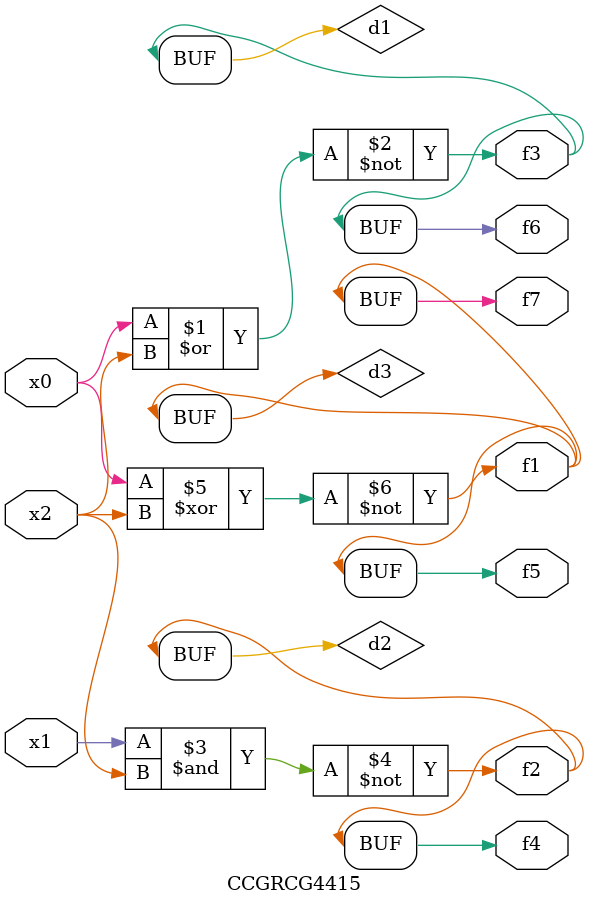
<source format=v>
module CCGRCG4415(
	input x0, x1, x2,
	output f1, f2, f3, f4, f5, f6, f7
);

	wire d1, d2, d3;

	nor (d1, x0, x2);
	nand (d2, x1, x2);
	xnor (d3, x0, x2);
	assign f1 = d3;
	assign f2 = d2;
	assign f3 = d1;
	assign f4 = d2;
	assign f5 = d3;
	assign f6 = d1;
	assign f7 = d3;
endmodule

</source>
